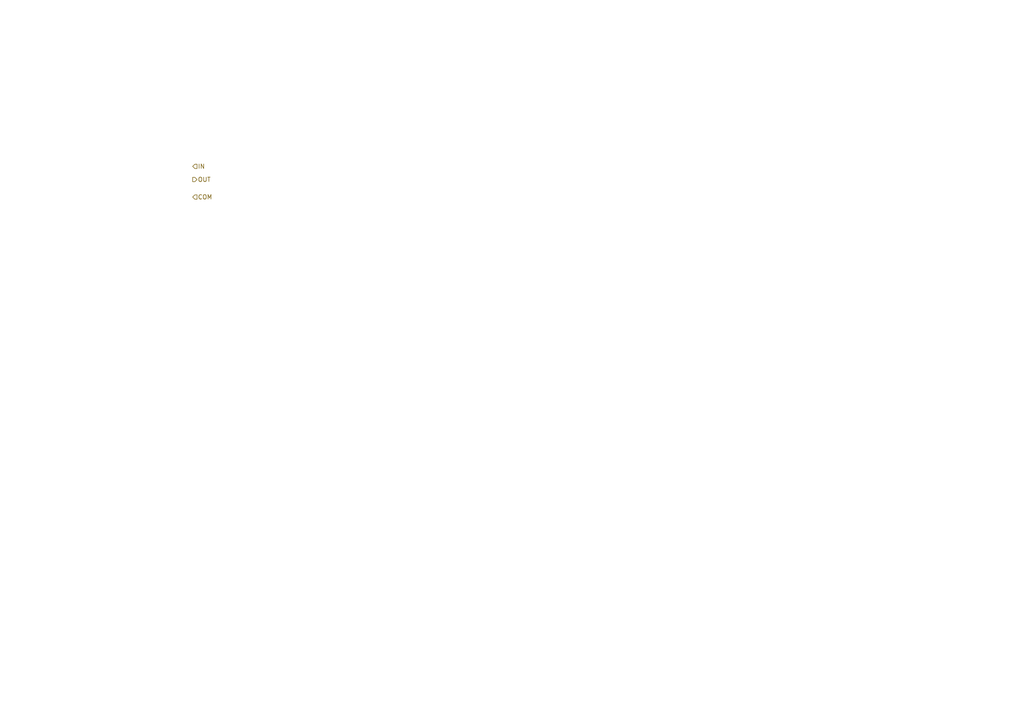
<source format=kicad_sch>
(kicad_sch
	(version 20250114)
	(generator "eeschema")
	(generator_version "9.0")
	(uuid "dd568366-c9b9-48f6-8321-401c66e32ead")
	(paper "A4")
	(lib_symbols)
	(hierarchical_label "OUT"
		(shape output)
		(at 55.88 52.07 0)
		(effects
			(font
				(size 1.27 1.27)
			)
			(justify left)
		)
		(uuid "4fa708e3-2766-48df-8095-e576ac99911c")
	)
	(hierarchical_label "IN"
		(shape input)
		(at 55.88 48.26 0)
		(effects
			(font
				(size 1.27 1.27)
			)
			(justify left)
		)
		(uuid "8a847eb2-0d0a-429b-a223-6f879f247c29")
	)
	(hierarchical_label "COM"
		(shape input)
		(at 55.88 57.15 0)
		(effects
			(font
				(size 1.27 1.27)
			)
			(justify left)
		)
		(uuid "94f4dbee-8134-4212-aa0f-79321ddf8356")
	)
)

</source>
